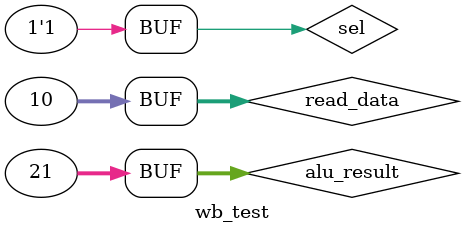
<source format=v>
`timescale 1ns / 1ps

module wb_test();

    //wire port
    wire [31:0] out;
    
    //registers
    reg [31:0] alu_result, read_data;
    reg sel;
    
    initial begin
        read_data = 32'b01010;
        alu_result = 32'b10101;
        sel = 1'b1;
        #10;
    end
    
    Write_Back wb5(out, alu_result, read_data, sel);

endmodule

</source>
